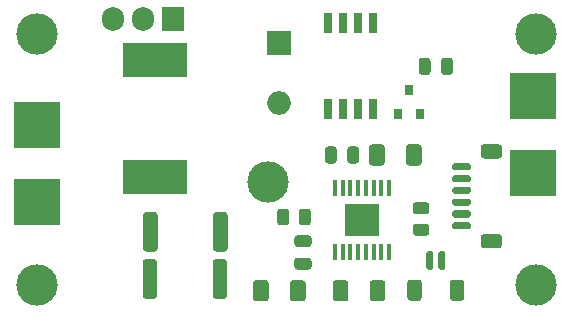
<source format=gbr>
%TF.GenerationSoftware,KiCad,Pcbnew,(5.1.9)-1*%
%TF.CreationDate,2021-04-21T23:55:58+08:00*%
%TF.ProjectId,xhp70-driver,78687037-302d-4647-9269-7665722e6b69,rev?*%
%TF.SameCoordinates,Original*%
%TF.FileFunction,Soldermask,Top*%
%TF.FilePolarity,Negative*%
%FSLAX46Y46*%
G04 Gerber Fmt 4.6, Leading zero omitted, Abs format (unit mm)*
G04 Created by KiCad (PCBNEW (5.1.9)-1) date 2021-04-21 23:55:58*
%MOMM*%
%LPD*%
G01*
G04 APERTURE LIST*
%ADD10R,4.000000X4.000000*%
%ADD11R,0.800000X0.900000*%
%ADD12C,3.500000*%
%ADD13O,1.905000X2.000000*%
%ADD14R,1.905000X2.000000*%
%ADD15O,2.000000X2.000000*%
%ADD16R,2.000000X2.000000*%
%ADD17R,0.650000X1.700000*%
%ADD18R,2.940000X2.720000*%
%ADD19R,0.350000X1.400000*%
%ADD20R,5.400000X2.900000*%
G04 APERTURE END LIST*
D10*
%TO.C,D2*%
X114499999Y-67500000D03*
X114499999Y-61000000D03*
%TD*%
D11*
%TO.C,U3*%
X146000000Y-58000000D03*
X146950000Y-60000000D03*
X145050000Y-60000000D03*
%TD*%
%TO.C,C8*%
G36*
G01*
X148700000Y-56475000D02*
X148700000Y-55525000D01*
G75*
G02*
X148950000Y-55275000I250000J0D01*
G01*
X149450000Y-55275000D01*
G75*
G02*
X149700000Y-55525000I0J-250000D01*
G01*
X149700000Y-56475000D01*
G75*
G02*
X149450000Y-56725000I-250000J0D01*
G01*
X148950000Y-56725000D01*
G75*
G02*
X148700000Y-56475000I0J250000D01*
G01*
G37*
G36*
G01*
X146800000Y-56475000D02*
X146800000Y-55525000D01*
G75*
G02*
X147050000Y-55275000I250000J0D01*
G01*
X147550000Y-55275000D01*
G75*
G02*
X147800000Y-55525000I0J-250000D01*
G01*
X147800000Y-56475000D01*
G75*
G02*
X147550000Y-56725000I-250000J0D01*
G01*
X147050000Y-56725000D01*
G75*
G02*
X146800000Y-56475000I0J250000D01*
G01*
G37*
%TD*%
D12*
%TO.C,H3*%
X156750000Y-74500000D03*
%TD*%
%TO.C,J2*%
G36*
G01*
X152299999Y-70200000D02*
X153600001Y-70200000D01*
G75*
G02*
X153850000Y-70449999I0J-249999D01*
G01*
X153850000Y-71150001D01*
G75*
G02*
X153600001Y-71400000I-249999J0D01*
G01*
X152299999Y-71400000D01*
G75*
G02*
X152050000Y-71150001I0J249999D01*
G01*
X152050000Y-70449999D01*
G75*
G02*
X152299999Y-70200000I249999J0D01*
G01*
G37*
G36*
G01*
X152299999Y-62600000D02*
X153600001Y-62600000D01*
G75*
G02*
X153850000Y-62849999I0J-249999D01*
G01*
X153850000Y-63550001D01*
G75*
G02*
X153600001Y-63800000I-249999J0D01*
G01*
X152299999Y-63800000D01*
G75*
G02*
X152050000Y-63550001I0J249999D01*
G01*
X152050000Y-62849999D01*
G75*
G02*
X152299999Y-62600000I249999J0D01*
G01*
G37*
G36*
G01*
X149800000Y-69200000D02*
X151050000Y-69200000D01*
G75*
G02*
X151200000Y-69350000I0J-150000D01*
G01*
X151200000Y-69650000D01*
G75*
G02*
X151050000Y-69800000I-150000J0D01*
G01*
X149800000Y-69800000D01*
G75*
G02*
X149650000Y-69650000I0J150000D01*
G01*
X149650000Y-69350000D01*
G75*
G02*
X149800000Y-69200000I150000J0D01*
G01*
G37*
G36*
G01*
X149800000Y-68200000D02*
X151050000Y-68200000D01*
G75*
G02*
X151200000Y-68350000I0J-150000D01*
G01*
X151200000Y-68650000D01*
G75*
G02*
X151050000Y-68800000I-150000J0D01*
G01*
X149800000Y-68800000D01*
G75*
G02*
X149650000Y-68650000I0J150000D01*
G01*
X149650000Y-68350000D01*
G75*
G02*
X149800000Y-68200000I150000J0D01*
G01*
G37*
G36*
G01*
X149800000Y-67200000D02*
X151050000Y-67200000D01*
G75*
G02*
X151200000Y-67350000I0J-150000D01*
G01*
X151200000Y-67650000D01*
G75*
G02*
X151050000Y-67800000I-150000J0D01*
G01*
X149800000Y-67800000D01*
G75*
G02*
X149650000Y-67650000I0J150000D01*
G01*
X149650000Y-67350000D01*
G75*
G02*
X149800000Y-67200000I150000J0D01*
G01*
G37*
G36*
G01*
X149800000Y-66200000D02*
X151050000Y-66200000D01*
G75*
G02*
X151200000Y-66350000I0J-150000D01*
G01*
X151200000Y-66650000D01*
G75*
G02*
X151050000Y-66800000I-150000J0D01*
G01*
X149800000Y-66800000D01*
G75*
G02*
X149650000Y-66650000I0J150000D01*
G01*
X149650000Y-66350000D01*
G75*
G02*
X149800000Y-66200000I150000J0D01*
G01*
G37*
G36*
G01*
X149800000Y-65200000D02*
X151050000Y-65200000D01*
G75*
G02*
X151200000Y-65350000I0J-150000D01*
G01*
X151200000Y-65650000D01*
G75*
G02*
X151050000Y-65800000I-150000J0D01*
G01*
X149800000Y-65800000D01*
G75*
G02*
X149650000Y-65650000I0J150000D01*
G01*
X149650000Y-65350000D01*
G75*
G02*
X149800000Y-65200000I150000J0D01*
G01*
G37*
G36*
G01*
X149800000Y-64200000D02*
X151050000Y-64200000D01*
G75*
G02*
X151200000Y-64350000I0J-150000D01*
G01*
X151200000Y-64650000D01*
G75*
G02*
X151050000Y-64800000I-150000J0D01*
G01*
X149800000Y-64800000D01*
G75*
G02*
X149650000Y-64650000I0J150000D01*
G01*
X149650000Y-64350000D01*
G75*
G02*
X149800000Y-64200000I150000J0D01*
G01*
G37*
%TD*%
D13*
%TO.C,Q1*%
X120920000Y-52000000D03*
X123460000Y-52000000D03*
D14*
X126000000Y-52000000D03*
%TD*%
D15*
%TO.C,D1*%
X135000000Y-59080000D03*
D16*
X135000000Y-54000000D03*
%TD*%
D17*
%TO.C,U2*%
X139095000Y-52350000D03*
X140365000Y-52350000D03*
X141635000Y-52350000D03*
X142905000Y-52350000D03*
X142905000Y-59650000D03*
X141635000Y-59650000D03*
X140365000Y-59650000D03*
X139095000Y-59650000D03*
%TD*%
D18*
%TO.C,U1*%
X142000000Y-69000000D03*
D19*
X139725000Y-66300000D03*
X139725000Y-71700000D03*
X140375000Y-66300000D03*
X140375000Y-71700000D03*
X141025000Y-66300000D03*
X141025000Y-71700000D03*
X141675000Y-66300000D03*
X141675000Y-71700000D03*
X142325000Y-66300000D03*
X142325000Y-71700000D03*
X142975000Y-66300000D03*
X142975000Y-71700000D03*
X143625000Y-66300000D03*
X143625000Y-71700000D03*
X144275000Y-66300000D03*
X144275000Y-71700000D03*
%TD*%
%TO.C,R5*%
G36*
G01*
X147050000Y-74299999D02*
X147050000Y-75600001D01*
G75*
G02*
X146800001Y-75850000I-249999J0D01*
G01*
X146099999Y-75850000D01*
G75*
G02*
X145850000Y-75600001I0J249999D01*
G01*
X145850000Y-74299999D01*
G75*
G02*
X146099999Y-74050000I249999J0D01*
G01*
X146800001Y-74050000D01*
G75*
G02*
X147050000Y-74299999I0J-249999D01*
G01*
G37*
G36*
G01*
X150650000Y-74299999D02*
X150650000Y-75600001D01*
G75*
G02*
X150400001Y-75850000I-249999J0D01*
G01*
X149699999Y-75850000D01*
G75*
G02*
X149450000Y-75600001I0J249999D01*
G01*
X149450000Y-74299999D01*
G75*
G02*
X149699999Y-74050000I249999J0D01*
G01*
X150400001Y-74050000D01*
G75*
G02*
X150650000Y-74299999I0J-249999D01*
G01*
G37*
G36*
G01*
X148050000Y-71800000D02*
X148050000Y-73050000D01*
G75*
G02*
X147900000Y-73200000I-150000J0D01*
G01*
X147600000Y-73200000D01*
G75*
G02*
X147450000Y-73050000I0J150000D01*
G01*
X147450000Y-71800000D01*
G75*
G02*
X147600000Y-71650000I150000J0D01*
G01*
X147900000Y-71650000D01*
G75*
G02*
X148050000Y-71800000I0J-150000D01*
G01*
G37*
G36*
G01*
X149050000Y-71800000D02*
X149050000Y-73050000D01*
G75*
G02*
X148900000Y-73200000I-150000J0D01*
G01*
X148600000Y-73200000D01*
G75*
G02*
X148450000Y-73050000I0J150000D01*
G01*
X148450000Y-71800000D01*
G75*
G02*
X148600000Y-71650000I150000J0D01*
G01*
X148900000Y-71650000D01*
G75*
G02*
X149050000Y-71800000I0J-150000D01*
G01*
G37*
%TD*%
%TO.C,R4*%
G36*
G01*
X147450002Y-68512500D02*
X146549998Y-68512500D01*
G75*
G02*
X146300000Y-68262502I0J249998D01*
G01*
X146300000Y-67737498D01*
G75*
G02*
X146549998Y-67487500I249998J0D01*
G01*
X147450002Y-67487500D01*
G75*
G02*
X147700000Y-67737498I0J-249998D01*
G01*
X147700000Y-68262502D01*
G75*
G02*
X147450002Y-68512500I-249998J0D01*
G01*
G37*
G36*
G01*
X147450002Y-70337500D02*
X146549998Y-70337500D01*
G75*
G02*
X146300000Y-70087502I0J249998D01*
G01*
X146300000Y-69562498D01*
G75*
G02*
X146549998Y-69312500I249998J0D01*
G01*
X147450002Y-69312500D01*
G75*
G02*
X147700000Y-69562498I0J-249998D01*
G01*
X147700000Y-70087502D01*
G75*
G02*
X147450002Y-70337500I-249998J0D01*
G01*
G37*
%TD*%
%TO.C,R3*%
G36*
G01*
X136650000Y-69200002D02*
X136650000Y-68299998D01*
G75*
G02*
X136899998Y-68050000I249998J0D01*
G01*
X137425002Y-68050000D01*
G75*
G02*
X137675000Y-68299998I0J-249998D01*
G01*
X137675000Y-69200002D01*
G75*
G02*
X137425002Y-69450000I-249998J0D01*
G01*
X136899998Y-69450000D01*
G75*
G02*
X136650000Y-69200002I0J249998D01*
G01*
G37*
G36*
G01*
X134825000Y-69200002D02*
X134825000Y-68299998D01*
G75*
G02*
X135074998Y-68050000I249998J0D01*
G01*
X135600002Y-68050000D01*
G75*
G02*
X135850000Y-68299998I0J-249998D01*
G01*
X135850000Y-69200002D01*
G75*
G02*
X135600002Y-69450000I-249998J0D01*
G01*
X135074998Y-69450000D01*
G75*
G02*
X134825000Y-69200002I0J249998D01*
G01*
G37*
%TD*%
%TO.C,R2*%
G36*
G01*
X124687500Y-68574999D02*
X124687500Y-71425001D01*
G75*
G02*
X124437501Y-71675000I-249999J0D01*
G01*
X123712499Y-71675000D01*
G75*
G02*
X123462500Y-71425001I0J249999D01*
G01*
X123462500Y-68574999D01*
G75*
G02*
X123712499Y-68325000I249999J0D01*
G01*
X124437501Y-68325000D01*
G75*
G02*
X124687500Y-68574999I0J-249999D01*
G01*
G37*
G36*
G01*
X130612500Y-68574999D02*
X130612500Y-71425001D01*
G75*
G02*
X130362501Y-71675000I-249999J0D01*
G01*
X129637499Y-71675000D01*
G75*
G02*
X129387500Y-71425001I0J249999D01*
G01*
X129387500Y-68574999D01*
G75*
G02*
X129637499Y-68325000I249999J0D01*
G01*
X130362501Y-68325000D01*
G75*
G02*
X130612500Y-68574999I0J-249999D01*
G01*
G37*
%TD*%
%TO.C,R1*%
G36*
G01*
X124650000Y-72574999D02*
X124650000Y-75425001D01*
G75*
G02*
X124400001Y-75675000I-249999J0D01*
G01*
X123674999Y-75675000D01*
G75*
G02*
X123425000Y-75425001I0J249999D01*
G01*
X123425000Y-72574999D01*
G75*
G02*
X123674999Y-72325000I249999J0D01*
G01*
X124400001Y-72325000D01*
G75*
G02*
X124650000Y-72574999I0J-249999D01*
G01*
G37*
G36*
G01*
X130575000Y-72574999D02*
X130575000Y-75425001D01*
G75*
G02*
X130325001Y-75675000I-249999J0D01*
G01*
X129599999Y-75675000D01*
G75*
G02*
X129350000Y-75425001I0J249999D01*
G01*
X129350000Y-72574999D01*
G75*
G02*
X129599999Y-72325000I249999J0D01*
G01*
X130325001Y-72325000D01*
G75*
G02*
X130575000Y-72574999I0J-249999D01*
G01*
G37*
%TD*%
D20*
%TO.C,L1*%
X124500000Y-55500000D03*
X124500000Y-65400000D03*
%TD*%
D10*
%TO.C,J1*%
X156500000Y-65000000D03*
X156500000Y-58500000D03*
%TD*%
%TO.C,C6*%
G36*
G01*
X139850000Y-63025000D02*
X139850000Y-63975000D01*
G75*
G02*
X139600000Y-64225000I-250000J0D01*
G01*
X139100000Y-64225000D01*
G75*
G02*
X138850000Y-63975000I0J250000D01*
G01*
X138850000Y-63025000D01*
G75*
G02*
X139100000Y-62775000I250000J0D01*
G01*
X139600000Y-62775000D01*
G75*
G02*
X139850000Y-63025000I0J-250000D01*
G01*
G37*
G36*
G01*
X141750000Y-63025000D02*
X141750000Y-63975000D01*
G75*
G02*
X141500000Y-64225000I-250000J0D01*
G01*
X141000000Y-64225000D01*
G75*
G02*
X140750000Y-63975000I0J250000D01*
G01*
X140750000Y-63025000D01*
G75*
G02*
X141000000Y-62775000I250000J0D01*
G01*
X141500000Y-62775000D01*
G75*
G02*
X141750000Y-63025000I0J-250000D01*
G01*
G37*
%TD*%
%TO.C,C5*%
G36*
G01*
X136525000Y-72200000D02*
X137475000Y-72200000D01*
G75*
G02*
X137725000Y-72450000I0J-250000D01*
G01*
X137725000Y-72950000D01*
G75*
G02*
X137475000Y-73200000I-250000J0D01*
G01*
X136525000Y-73200000D01*
G75*
G02*
X136275000Y-72950000I0J250000D01*
G01*
X136275000Y-72450000D01*
G75*
G02*
X136525000Y-72200000I250000J0D01*
G01*
G37*
G36*
G01*
X136525000Y-70300000D02*
X137475000Y-70300000D01*
G75*
G02*
X137725000Y-70550000I0J-250000D01*
G01*
X137725000Y-71050000D01*
G75*
G02*
X137475000Y-71300000I-250000J0D01*
G01*
X136525000Y-71300000D01*
G75*
G02*
X136275000Y-71050000I0J250000D01*
G01*
X136275000Y-70550000D01*
G75*
G02*
X136525000Y-70300000I250000J0D01*
G01*
G37*
%TD*%
%TO.C,C4*%
G36*
G01*
X145712500Y-64150003D02*
X145712500Y-62849997D01*
G75*
G02*
X145962497Y-62600000I249997J0D01*
G01*
X146787503Y-62600000D01*
G75*
G02*
X147037500Y-62849997I0J-249997D01*
G01*
X147037500Y-64150003D01*
G75*
G02*
X146787503Y-64400000I-249997J0D01*
G01*
X145962497Y-64400000D01*
G75*
G02*
X145712500Y-64150003I0J249997D01*
G01*
G37*
G36*
G01*
X142587500Y-64150003D02*
X142587500Y-62849997D01*
G75*
G02*
X142837497Y-62600000I249997J0D01*
G01*
X143662503Y-62600000D01*
G75*
G02*
X143912500Y-62849997I0J-249997D01*
G01*
X143912500Y-64150003D01*
G75*
G02*
X143662503Y-64400000I-249997J0D01*
G01*
X142837497Y-64400000D01*
G75*
G02*
X142587500Y-64150003I0J249997D01*
G01*
G37*
%TD*%
%TO.C,C3*%
G36*
G01*
X135900000Y-75650003D02*
X135900000Y-74349997D01*
G75*
G02*
X136149997Y-74100000I249997J0D01*
G01*
X136975003Y-74100000D01*
G75*
G02*
X137225000Y-74349997I0J-249997D01*
G01*
X137225000Y-75650003D01*
G75*
G02*
X136975003Y-75900000I-249997J0D01*
G01*
X136149997Y-75900000D01*
G75*
G02*
X135900000Y-75650003I0J249997D01*
G01*
G37*
G36*
G01*
X132775000Y-75650003D02*
X132775000Y-74349997D01*
G75*
G02*
X133024997Y-74100000I249997J0D01*
G01*
X133850003Y-74100000D01*
G75*
G02*
X134100000Y-74349997I0J-249997D01*
G01*
X134100000Y-75650003D01*
G75*
G02*
X133850003Y-75900000I-249997J0D01*
G01*
X133024997Y-75900000D01*
G75*
G02*
X132775000Y-75650003I0J249997D01*
G01*
G37*
%TD*%
%TO.C,C2*%
G36*
G01*
X142650000Y-75650003D02*
X142650000Y-74349997D01*
G75*
G02*
X142899997Y-74100000I249997J0D01*
G01*
X143725003Y-74100000D01*
G75*
G02*
X143975000Y-74349997I0J-249997D01*
G01*
X143975000Y-75650003D01*
G75*
G02*
X143725003Y-75900000I-249997J0D01*
G01*
X142899997Y-75900000D01*
G75*
G02*
X142650000Y-75650003I0J249997D01*
G01*
G37*
G36*
G01*
X139525000Y-75650003D02*
X139525000Y-74349997D01*
G75*
G02*
X139774997Y-74100000I249997J0D01*
G01*
X140600003Y-74100000D01*
G75*
G02*
X140850000Y-74349997I0J-249997D01*
G01*
X140850000Y-75650003D01*
G75*
G02*
X140600003Y-75900000I-249997J0D01*
G01*
X139774997Y-75900000D01*
G75*
G02*
X139525000Y-75650003I0J249997D01*
G01*
G37*
%TD*%
D12*
%TO.C,H1*%
X114500000Y-53250000D03*
%TD*%
%TO.C,H5*%
X134000000Y-65750000D03*
%TD*%
%TO.C,H4*%
X156750000Y-53250000D03*
%TD*%
%TO.C,H2*%
X114500000Y-74500000D03*
%TD*%
M02*

</source>
